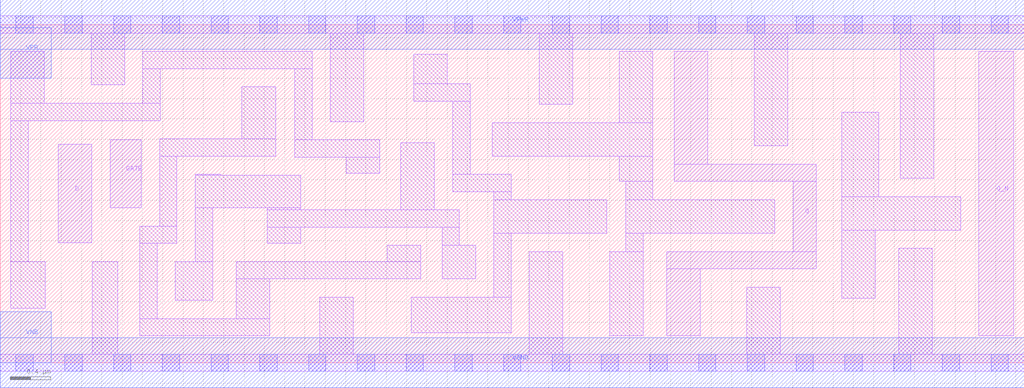
<source format=lef>
# Copyright 2020 The SkyWater PDK Authors
#
# Licensed under the Apache License, Version 2.0 (the "License");
# you may not use this file except in compliance with the License.
# You may obtain a copy of the License at
#
#     https://www.apache.org/licenses/LICENSE-2.0
#
# Unless required by applicable law or agreed to in writing, software
# distributed under the License is distributed on an "AS IS" BASIS,
# WITHOUT WARRANTIES OR CONDITIONS OF ANY KIND, either express or implied.
# See the License for the specific language governing permissions and
# limitations under the License.
#
# SPDX-License-Identifier: Apache-2.0

VERSION 5.5 ;
NAMESCASESENSITIVE ON ;
BUSBITCHARS "[]" ;
DIVIDERCHAR "/" ;
MACRO sky130_fd_sc_lp__dlxbp_lp
  CLASS CORE ;
  SOURCE USER ;
  ORIGIN  0.000000  0.000000 ;
  SIZE  10.08000 BY  3.330000 ;
  SYMMETRY X Y R90 ;
  SITE unit ;
  PIN D
    ANTENNAGATEAREA  0.318000 ;
    DIRECTION INPUT ;
    USE SIGNAL ;
    PORT
      LAYER li1 ;
        RECT 0.570000 1.180000 0.900000 2.150000 ;
    END
  END D
  PIN Q
    ANTENNADIFFAREA  0.585900 ;
    DIRECTION OUTPUT ;
    USE SIGNAL ;
    PORT
      LAYER li1 ;
        RECT 6.560000 0.265000 6.890000 0.925000 ;
        RECT 6.560000 0.925000 8.035000 1.095000 ;
        RECT 6.635000 1.785000 8.035000 1.955000 ;
        RECT 6.635000 1.955000 6.965000 3.065000 ;
        RECT 7.805000 1.095000 8.035000 1.785000 ;
    END
  END Q
  PIN Q_N
    ANTENNADIFFAREA  0.579600 ;
    DIRECTION OUTPUT ;
    USE SIGNAL ;
    PORT
      LAYER li1 ;
        RECT 9.635000 0.265000 9.980000 3.065000 ;
    END
  END Q_N
  PIN GATE
    ANTENNAGATEAREA  0.318000 ;
    DIRECTION INPUT ;
    USE CLOCK ;
    PORT
      LAYER li1 ;
        RECT 1.085000 1.525000 1.390000 2.195000 ;
    END
  END GATE
  PIN VGND
    DIRECTION INOUT ;
    USE GROUND ;
    PORT
      LAYER met1 ;
        RECT 0.000000 -0.245000 10.080000 0.245000 ;
    END
  END VGND
  PIN VNB
    DIRECTION INOUT ;
    USE GROUND ;
    PORT
      LAYER met1 ;
        RECT 0.000000 0.000000 0.500000 0.500000 ;
    END
  END VNB
  PIN VPB
    DIRECTION INOUT ;
    USE POWER ;
    PORT
      LAYER met1 ;
        RECT 0.000000 2.800000 0.500000 3.300000 ;
    END
  END VPB
  PIN VPWR
    DIRECTION INOUT ;
    USE POWER ;
    PORT
      LAYER met1 ;
        RECT 0.000000 3.085000 10.080000 3.575000 ;
    END
  END VPWR
  OBS
    LAYER li1 ;
      RECT 0.000000 -0.085000 10.080000 0.085000 ;
      RECT 0.000000  3.245000 10.080000 3.415000 ;
      RECT 0.105000  0.535000  0.445000 0.995000 ;
      RECT 0.105000  0.995000  0.275000 2.385000 ;
      RECT 0.105000  2.385000  1.575000 2.555000 ;
      RECT 0.105000  2.555000  0.435000 3.065000 ;
      RECT 0.895000  2.735000  1.225000 3.245000 ;
      RECT 0.905000  0.085000  1.155000 0.995000 ;
      RECT 1.375000  0.265000  2.655000 0.435000 ;
      RECT 1.375000  0.435000  1.545000 1.175000 ;
      RECT 1.375000  1.175000  1.740000 1.345000 ;
      RECT 1.405000  2.555000  1.575000 2.895000 ;
      RECT 1.405000  2.895000  3.070000 3.065000 ;
      RECT 1.570000  1.345000  1.740000 2.035000 ;
      RECT 1.570000  2.035000  2.710000 2.205000 ;
      RECT 1.725000  0.615000  2.090000 0.995000 ;
      RECT 1.920000  0.995000  2.090000 1.525000 ;
      RECT 1.920000  1.525000  2.960000 1.845000 ;
      RECT 1.920000  1.845000  2.170000 1.855000 ;
      RECT 2.325000  0.435000  2.655000 0.825000 ;
      RECT 2.325000  0.825000  4.140000 0.995000 ;
      RECT 2.380000  2.205000  2.710000 2.715000 ;
      RECT 2.630000  1.175000  2.960000 1.335000 ;
      RECT 2.630000  1.335000  4.520000 1.505000 ;
      RECT 2.630000  1.505000  2.960000 1.525000 ;
      RECT 2.900000  2.025000  3.735000 2.195000 ;
      RECT 2.900000  2.195000  3.070000 2.895000 ;
      RECT 3.145000  0.085000  3.475000 0.645000 ;
      RECT 3.250000  2.375000  3.580000 3.245000 ;
      RECT 3.405000  1.865000  3.735000 2.025000 ;
      RECT 3.810000  0.995000  4.140000 1.155000 ;
      RECT 3.945000  1.505000  4.275000 2.165000 ;
      RECT 4.045000  0.295000  5.030000 0.645000 ;
      RECT 4.070000  2.575000  4.625000 2.745000 ;
      RECT 4.070000  2.745000  4.400000 3.035000 ;
      RECT 4.350000  0.825000  4.680000 1.155000 ;
      RECT 4.350000  1.155000  4.520000 1.335000 ;
      RECT 4.455000  1.685000  5.030000 1.855000 ;
      RECT 4.455000  1.855000  4.625000 2.575000 ;
      RECT 4.845000  2.035000  6.425000 2.365000 ;
      RECT 4.860000  0.645000  5.030000 1.275000 ;
      RECT 4.860000  1.275000  5.970000 1.605000 ;
      RECT 4.860000  1.605000  5.030000 1.685000 ;
      RECT 5.210000  0.085000  5.540000 1.095000 ;
      RECT 5.305000  2.545000  5.635000 3.245000 ;
      RECT 6.000000  0.265000  6.330000 1.095000 ;
      RECT 6.095000  1.785000  6.425000 2.035000 ;
      RECT 6.095000  2.365000  6.425000 3.065000 ;
      RECT 6.160000  1.095000  6.330000 1.275000 ;
      RECT 6.160000  1.275000  7.625000 1.605000 ;
      RECT 6.160000  1.605000  6.425000 1.785000 ;
      RECT 7.350000  0.085000  7.680000 0.745000 ;
      RECT 7.425000  2.135000  7.755000 3.245000 ;
      RECT 8.285000  0.635000  8.615000 1.305000 ;
      RECT 8.285000  1.305000  9.455000 1.635000 ;
      RECT 8.285000  1.635000  8.650000 2.465000 ;
      RECT 8.845000  0.085000  9.175000 1.125000 ;
      RECT 8.860000  1.815000  9.190000 3.245000 ;
    LAYER mcon ;
      RECT 0.155000 -0.085000 0.325000 0.085000 ;
      RECT 0.155000  3.245000 0.325000 3.415000 ;
      RECT 0.635000 -0.085000 0.805000 0.085000 ;
      RECT 0.635000  3.245000 0.805000 3.415000 ;
      RECT 1.115000 -0.085000 1.285000 0.085000 ;
      RECT 1.115000  3.245000 1.285000 3.415000 ;
      RECT 1.595000 -0.085000 1.765000 0.085000 ;
      RECT 1.595000  3.245000 1.765000 3.415000 ;
      RECT 2.075000 -0.085000 2.245000 0.085000 ;
      RECT 2.075000  3.245000 2.245000 3.415000 ;
      RECT 2.555000 -0.085000 2.725000 0.085000 ;
      RECT 2.555000  3.245000 2.725000 3.415000 ;
      RECT 3.035000 -0.085000 3.205000 0.085000 ;
      RECT 3.035000  3.245000 3.205000 3.415000 ;
      RECT 3.515000 -0.085000 3.685000 0.085000 ;
      RECT 3.515000  3.245000 3.685000 3.415000 ;
      RECT 3.995000 -0.085000 4.165000 0.085000 ;
      RECT 3.995000  3.245000 4.165000 3.415000 ;
      RECT 4.475000 -0.085000 4.645000 0.085000 ;
      RECT 4.475000  3.245000 4.645000 3.415000 ;
      RECT 4.955000 -0.085000 5.125000 0.085000 ;
      RECT 4.955000  3.245000 5.125000 3.415000 ;
      RECT 5.435000 -0.085000 5.605000 0.085000 ;
      RECT 5.435000  3.245000 5.605000 3.415000 ;
      RECT 5.915000 -0.085000 6.085000 0.085000 ;
      RECT 5.915000  3.245000 6.085000 3.415000 ;
      RECT 6.395000 -0.085000 6.565000 0.085000 ;
      RECT 6.395000  3.245000 6.565000 3.415000 ;
      RECT 6.875000 -0.085000 7.045000 0.085000 ;
      RECT 6.875000  3.245000 7.045000 3.415000 ;
      RECT 7.355000 -0.085000 7.525000 0.085000 ;
      RECT 7.355000  3.245000 7.525000 3.415000 ;
      RECT 7.835000 -0.085000 8.005000 0.085000 ;
      RECT 7.835000  3.245000 8.005000 3.415000 ;
      RECT 8.315000 -0.085000 8.485000 0.085000 ;
      RECT 8.315000  3.245000 8.485000 3.415000 ;
      RECT 8.795000 -0.085000 8.965000 0.085000 ;
      RECT 8.795000  3.245000 8.965000 3.415000 ;
      RECT 9.275000 -0.085000 9.445000 0.085000 ;
      RECT 9.275000  3.245000 9.445000 3.415000 ;
      RECT 9.755000 -0.085000 9.925000 0.085000 ;
      RECT 9.755000  3.245000 9.925000 3.415000 ;
  END
END sky130_fd_sc_lp__dlxbp_lp
END LIBRARY

</source>
